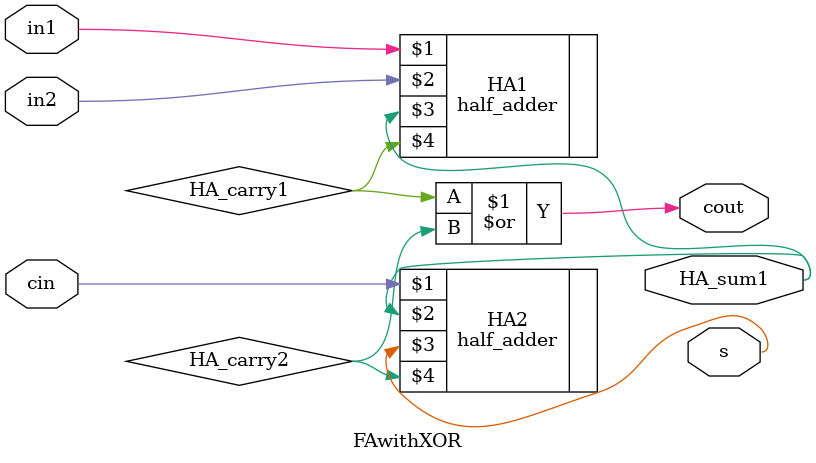
<source format=v>
`include "HalfAdder.v"

module FAwithXOR(in1,in2,s,cin,cout,HA_sum1);
 input in1,in2,cin;
 output s,cout,HA_sum1;
 wire HA_sum1,HA_carry1,HA_carry2;

 half_adder HA1(in1,in2,HA_sum1,HA_carry1);
 half_adder HA2 (cin,HA_sum1,s,HA_carry2);

 assign cout=HA_carry1|HA_carry2;
endmodule

</source>
